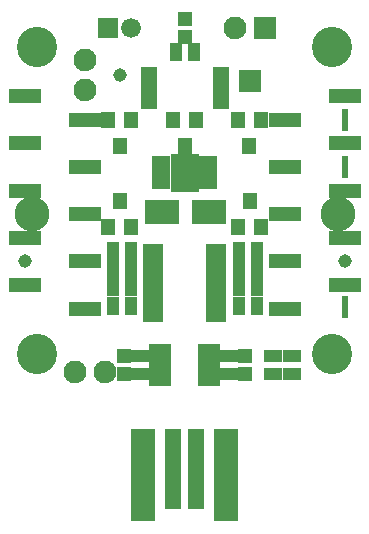
<source format=gts>
%FSLAX34Y34*%
G04 Gerber Fmt 3.4, Leading zero omitted, Abs format*
G04 (created by PCBNEW (2013-12-14 BZR 4555)-product) date Wed 05 Mar 2014 15:38:07 EST*
%MOIN*%
G01*
G70*
G90*
G04 APERTURE LIST*
%ADD10C,0.005906*%
%ADD11R,0.076000X0.076000*%
%ADD12C,0.076000*%
%ADD13R,0.075055X0.141984*%
%ADD14R,0.041000X0.061000*%
%ADD15R,0.061000X0.041000*%
%ADD16C,0.116000*%
%ADD17R,0.114425X0.082929*%
%ADD18R,0.106157X0.051039*%
%ADD19R,0.047496X0.047496*%
%ADD20C,0.134110*%
%ADD21R,0.047500X0.055400*%
%ADD22R,0.024000X0.075055*%
%ADD23C,0.045134*%
%ADD24R,0.066000X0.066000*%
%ADD25C,0.066000*%
%ADD26R,0.055370X0.141984*%
%ADD27R,0.066000X0.032000*%
%ADD28R,0.062000X0.032500*%
%ADD29R,0.098000X0.126000*%
%ADD30R,0.078992X0.307732*%
%ADD31R,0.055370X0.268362*%
G04 APERTURE END LIST*
G54D10*
G54D11*
X8633Y16866D03*
G54D12*
X7633Y16866D03*
G54D13*
X6795Y5645D03*
X5141Y5645D03*
G54D14*
X7770Y8838D03*
X8370Y8838D03*
X4166Y8838D03*
X3566Y8838D03*
X3566Y9448D03*
X4166Y9448D03*
X8370Y7618D03*
X7770Y7618D03*
X3566Y7618D03*
X4166Y7618D03*
G54D15*
X7444Y5945D03*
X7444Y5345D03*
X4472Y5945D03*
X4472Y5345D03*
G54D14*
X4166Y8228D03*
X3566Y8228D03*
X7770Y8228D03*
X8370Y8228D03*
X6268Y16078D03*
X5668Y16078D03*
G54D16*
X11066Y10663D03*
X870Y10663D03*
G54D17*
X5200Y10744D03*
X6775Y10744D03*
G54D18*
X637Y14600D03*
X2637Y13813D03*
X637Y13025D03*
X2637Y12238D03*
X637Y11451D03*
X2637Y10663D03*
X637Y9876D03*
X2637Y9088D03*
X637Y8301D03*
X2637Y7514D03*
X9300Y7514D03*
X11300Y8301D03*
X9300Y9088D03*
X11300Y9876D03*
X9300Y10663D03*
X11300Y11451D03*
X9300Y12238D03*
X11300Y13025D03*
X9300Y13813D03*
X11300Y14600D03*
G54D19*
X3940Y5350D03*
X3940Y5940D03*
X7996Y5338D03*
X7996Y5929D03*
X5968Y17161D03*
X5968Y16570D03*
G54D15*
X8897Y5345D03*
X8897Y5945D03*
X9537Y5345D03*
X9537Y5945D03*
G54D20*
X1047Y5996D03*
X1047Y16232D03*
X10889Y16232D03*
G54D14*
X8370Y9448D03*
X7770Y9448D03*
G54D21*
X3803Y11098D03*
X4178Y10232D03*
X3428Y10232D03*
X8122Y12948D03*
X7747Y13814D03*
X8497Y13814D03*
X8133Y11098D03*
X8508Y10232D03*
X7758Y10232D03*
X5968Y12948D03*
X5593Y13814D03*
X6343Y13814D03*
X3803Y12948D03*
X3428Y13814D03*
X4178Y13814D03*
G54D22*
X11314Y7570D03*
X11300Y12228D03*
X11300Y13807D03*
G54D23*
X3803Y15287D03*
X637Y9088D03*
X11300Y9088D03*
G54D11*
X8133Y15094D03*
G54D12*
X3318Y5409D03*
X2318Y5409D03*
X2637Y14787D03*
X2637Y15787D03*
G54D24*
X3409Y16866D03*
G54D25*
X4196Y16866D03*
G54D26*
X7169Y14858D03*
X4767Y14858D03*
G54D27*
X4918Y9495D03*
X4918Y9245D03*
X4918Y8995D03*
X4918Y8745D03*
X4918Y8495D03*
X4918Y8245D03*
X4918Y7995D03*
X4918Y7745D03*
X4918Y7495D03*
X4918Y7245D03*
X7018Y7245D03*
X7018Y7495D03*
X7018Y7745D03*
X7018Y7995D03*
X7018Y8245D03*
X7018Y8495D03*
X7018Y8745D03*
X7018Y8995D03*
X7018Y9245D03*
X7018Y9495D03*
G54D20*
X10889Y5996D03*
G54D28*
X5181Y12429D03*
X5181Y12173D03*
X5181Y11913D03*
X5181Y11657D03*
X6755Y11657D03*
X6755Y11913D03*
X6755Y12173D03*
X6755Y12429D03*
G54D29*
X5968Y12043D03*
G54D30*
X4590Y1966D03*
X7346Y1966D03*
G54D31*
X5575Y2163D03*
X6362Y2163D03*
M02*

</source>
